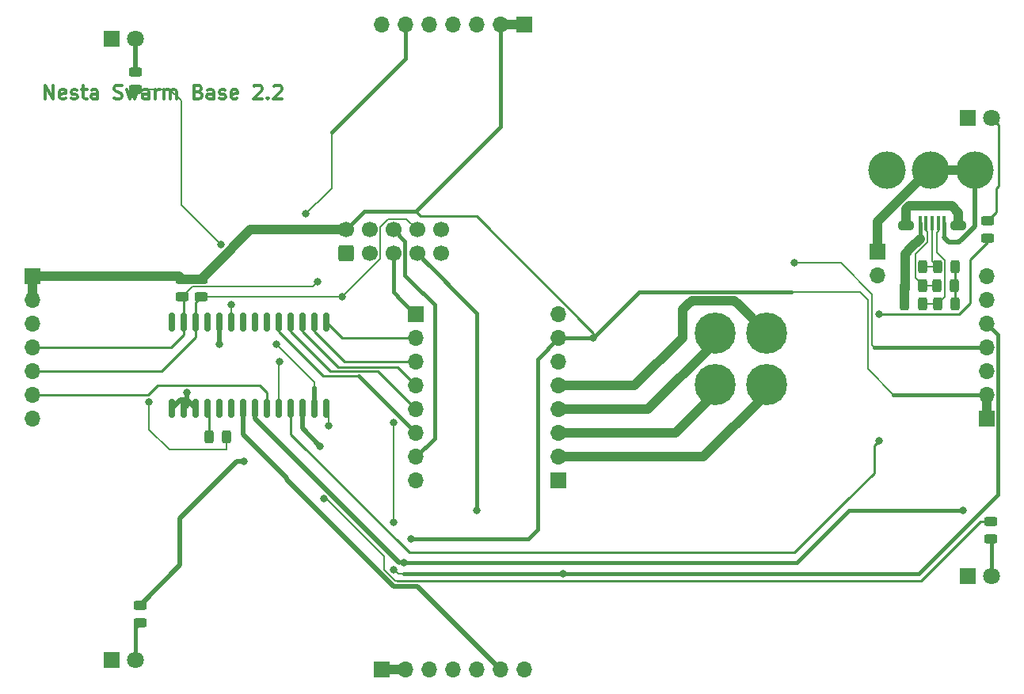
<source format=gtl>
G04 #@! TF.GenerationSoftware,KiCad,Pcbnew,(5.99.0-7087-g754e8e912c)*
G04 #@! TF.CreationDate,2020-12-17T20:12:46+00:00*
G04 #@! TF.ProjectId,nesta proto 2.1,6e657374-6120-4707-926f-746f20322e31,rev?*
G04 #@! TF.SameCoordinates,Original*
G04 #@! TF.FileFunction,Copper,L1,Top*
G04 #@! TF.FilePolarity,Positive*
%FSLAX46Y46*%
G04 Gerber Fmt 4.6, Leading zero omitted, Abs format (unit mm)*
G04 Created by KiCad (PCBNEW (5.99.0-7087-g754e8e912c)) date 2020-12-17 20:12:46*
%MOMM*%
%LPD*%
G01*
G04 APERTURE LIST*
G04 Aperture macros list*
%AMRoundRect*
0 Rectangle with rounded corners*
0 $1 Rounding radius*
0 $2 $3 $4 $5 $6 $7 $8 $9 X,Y pos of 4 corners*
0 Add a 4 corners polygon primitive as box body*
4,1,4,$2,$3,$4,$5,$6,$7,$8,$9,$2,$3,0*
0 Add four circle primitives for the rounded corners*
1,1,$1+$1,$2,$3,0*
1,1,$1+$1,$4,$5,0*
1,1,$1+$1,$6,$7,0*
1,1,$1+$1,$8,$9,0*
0 Add four rect primitives between the rounded corners*
20,1,$1+$1,$2,$3,$4,$5,0*
20,1,$1+$1,$4,$5,$6,$7,0*
20,1,$1+$1,$6,$7,$8,$9,0*
20,1,$1+$1,$8,$9,$2,$3,0*%
G04 Aperture macros list end*
%ADD10C,0.300000*%
G04 #@! TA.AperFunction,SMDPad,CuDef*
%ADD11RoundRect,0.243750X0.456250X-0.243750X0.456250X0.243750X-0.456250X0.243750X-0.456250X-0.243750X0*%
G04 #@! TD*
G04 #@! TA.AperFunction,SMDPad,CuDef*
%ADD12RoundRect,0.243750X0.243750X0.456250X-0.243750X0.456250X-0.243750X-0.456250X0.243750X-0.456250X0*%
G04 #@! TD*
G04 #@! TA.AperFunction,SMDPad,CuDef*
%ADD13RoundRect,0.243750X-0.456250X0.243750X-0.456250X-0.243750X0.456250X-0.243750X0.456250X0.243750X0*%
G04 #@! TD*
G04 #@! TA.AperFunction,ComponentPad*
%ADD14C,4.400000*%
G04 #@! TD*
G04 #@! TA.AperFunction,ComponentPad*
%ADD15C,0.700000*%
G04 #@! TD*
G04 #@! TA.AperFunction,ComponentPad*
%ADD16R,1.800000X1.800000*%
G04 #@! TD*
G04 #@! TA.AperFunction,ComponentPad*
%ADD17C,1.800000*%
G04 #@! TD*
G04 #@! TA.AperFunction,SMDPad,CuDef*
%ADD18RoundRect,0.150000X-0.150000X0.875000X-0.150000X-0.875000X0.150000X-0.875000X0.150000X0.875000X0*%
G04 #@! TD*
G04 #@! TA.AperFunction,ComponentPad*
%ADD19R,1.700000X1.700000*%
G04 #@! TD*
G04 #@! TA.AperFunction,ComponentPad*
%ADD20O,1.700000X1.700000*%
G04 #@! TD*
G04 #@! TA.AperFunction,ComponentPad*
%ADD21RoundRect,0.250000X0.600000X-0.600000X0.600000X0.600000X-0.600000X0.600000X-0.600000X-0.600000X0*%
G04 #@! TD*
G04 #@! TA.AperFunction,ComponentPad*
%ADD22C,1.700000*%
G04 #@! TD*
G04 #@! TA.AperFunction,SMDPad,CuDef*
%ADD23R,0.450000X1.500000*%
G04 #@! TD*
G04 #@! TA.AperFunction,ComponentPad*
%ADD24O,2.200000X1.100000*%
G04 #@! TD*
G04 #@! TA.AperFunction,ComponentPad*
%ADD25O,1.800000X1.100000*%
G04 #@! TD*
G04 #@! TA.AperFunction,ComponentPad*
%ADD26C,4.000000*%
G04 #@! TD*
G04 #@! TA.AperFunction,ViaPad*
%ADD27C,0.800000*%
G04 #@! TD*
G04 #@! TA.AperFunction,Conductor*
%ADD28C,0.200000*%
G04 #@! TD*
G04 #@! TA.AperFunction,Conductor*
%ADD29C,1.000000*%
G04 #@! TD*
G04 #@! TA.AperFunction,Conductor*
%ADD30C,0.500000*%
G04 #@! TD*
G04 #@! TA.AperFunction,Conductor*
%ADD31C,0.250000*%
G04 #@! TD*
G04 #@! TA.AperFunction,Conductor*
%ADD32C,0.400000*%
G04 #@! TD*
G04 APERTURE END LIST*
D10*
X106392857Y-86971071D02*
X106392857Y-85471071D01*
X107250000Y-86971071D01*
X107250000Y-85471071D01*
X108535714Y-86899642D02*
X108392857Y-86971071D01*
X108107142Y-86971071D01*
X107964285Y-86899642D01*
X107892857Y-86756785D01*
X107892857Y-86185357D01*
X107964285Y-86042500D01*
X108107142Y-85971071D01*
X108392857Y-85971071D01*
X108535714Y-86042500D01*
X108607142Y-86185357D01*
X108607142Y-86328214D01*
X107892857Y-86471071D01*
X109178571Y-86899642D02*
X109321428Y-86971071D01*
X109607142Y-86971071D01*
X109750000Y-86899642D01*
X109821428Y-86756785D01*
X109821428Y-86685357D01*
X109750000Y-86542500D01*
X109607142Y-86471071D01*
X109392857Y-86471071D01*
X109250000Y-86399642D01*
X109178571Y-86256785D01*
X109178571Y-86185357D01*
X109250000Y-86042500D01*
X109392857Y-85971071D01*
X109607142Y-85971071D01*
X109750000Y-86042500D01*
X110250000Y-85971071D02*
X110821428Y-85971071D01*
X110464285Y-85471071D02*
X110464285Y-86756785D01*
X110535714Y-86899642D01*
X110678571Y-86971071D01*
X110821428Y-86971071D01*
X111964285Y-86971071D02*
X111964285Y-86185357D01*
X111892857Y-86042500D01*
X111750000Y-85971071D01*
X111464285Y-85971071D01*
X111321428Y-86042500D01*
X111964285Y-86899642D02*
X111821428Y-86971071D01*
X111464285Y-86971071D01*
X111321428Y-86899642D01*
X111250000Y-86756785D01*
X111250000Y-86613928D01*
X111321428Y-86471071D01*
X111464285Y-86399642D01*
X111821428Y-86399642D01*
X111964285Y-86328214D01*
X113750000Y-86899642D02*
X113964285Y-86971071D01*
X114321428Y-86971071D01*
X114464285Y-86899642D01*
X114535714Y-86828214D01*
X114607142Y-86685357D01*
X114607142Y-86542500D01*
X114535714Y-86399642D01*
X114464285Y-86328214D01*
X114321428Y-86256785D01*
X114035714Y-86185357D01*
X113892857Y-86113928D01*
X113821428Y-86042500D01*
X113750000Y-85899642D01*
X113750000Y-85756785D01*
X113821428Y-85613928D01*
X113892857Y-85542500D01*
X114035714Y-85471071D01*
X114392857Y-85471071D01*
X114607142Y-85542500D01*
X115107142Y-85971071D02*
X115392857Y-86971071D01*
X115678571Y-86256785D01*
X115964285Y-86971071D01*
X116250000Y-85971071D01*
X117464285Y-86971071D02*
X117464285Y-86185357D01*
X117392857Y-86042500D01*
X117250000Y-85971071D01*
X116964285Y-85971071D01*
X116821428Y-86042500D01*
X117464285Y-86899642D02*
X117321428Y-86971071D01*
X116964285Y-86971071D01*
X116821428Y-86899642D01*
X116750000Y-86756785D01*
X116750000Y-86613928D01*
X116821428Y-86471071D01*
X116964285Y-86399642D01*
X117321428Y-86399642D01*
X117464285Y-86328214D01*
X118178571Y-86971071D02*
X118178571Y-85971071D01*
X118178571Y-86256785D02*
X118250000Y-86113928D01*
X118321428Y-86042500D01*
X118464285Y-85971071D01*
X118607142Y-85971071D01*
X119107142Y-86971071D02*
X119107142Y-85971071D01*
X119107142Y-86113928D02*
X119178571Y-86042500D01*
X119321428Y-85971071D01*
X119535714Y-85971071D01*
X119678571Y-86042500D01*
X119750000Y-86185357D01*
X119750000Y-86971071D01*
X119750000Y-86185357D02*
X119821428Y-86042500D01*
X119964285Y-85971071D01*
X120178571Y-85971071D01*
X120321428Y-86042500D01*
X120392857Y-86185357D01*
X120392857Y-86971071D01*
X122750000Y-86185357D02*
X122964285Y-86256785D01*
X123035714Y-86328214D01*
X123107142Y-86471071D01*
X123107142Y-86685357D01*
X123035714Y-86828214D01*
X122964285Y-86899642D01*
X122821428Y-86971071D01*
X122250000Y-86971071D01*
X122250000Y-85471071D01*
X122750000Y-85471071D01*
X122892857Y-85542500D01*
X122964285Y-85613928D01*
X123035714Y-85756785D01*
X123035714Y-85899642D01*
X122964285Y-86042500D01*
X122892857Y-86113928D01*
X122750000Y-86185357D01*
X122250000Y-86185357D01*
X124392857Y-86971071D02*
X124392857Y-86185357D01*
X124321428Y-86042500D01*
X124178571Y-85971071D01*
X123892857Y-85971071D01*
X123750000Y-86042500D01*
X124392857Y-86899642D02*
X124250000Y-86971071D01*
X123892857Y-86971071D01*
X123750000Y-86899642D01*
X123678571Y-86756785D01*
X123678571Y-86613928D01*
X123750000Y-86471071D01*
X123892857Y-86399642D01*
X124250000Y-86399642D01*
X124392857Y-86328214D01*
X125035714Y-86899642D02*
X125178571Y-86971071D01*
X125464285Y-86971071D01*
X125607142Y-86899642D01*
X125678571Y-86756785D01*
X125678571Y-86685357D01*
X125607142Y-86542500D01*
X125464285Y-86471071D01*
X125250000Y-86471071D01*
X125107142Y-86399642D01*
X125035714Y-86256785D01*
X125035714Y-86185357D01*
X125107142Y-86042500D01*
X125250000Y-85971071D01*
X125464285Y-85971071D01*
X125607142Y-86042500D01*
X126892857Y-86899642D02*
X126750000Y-86971071D01*
X126464285Y-86971071D01*
X126321428Y-86899642D01*
X126250000Y-86756785D01*
X126250000Y-86185357D01*
X126321428Y-86042500D01*
X126464285Y-85971071D01*
X126750000Y-85971071D01*
X126892857Y-86042500D01*
X126964285Y-86185357D01*
X126964285Y-86328214D01*
X126250000Y-86471071D01*
X128678571Y-85613928D02*
X128750000Y-85542500D01*
X128892857Y-85471071D01*
X129250000Y-85471071D01*
X129392857Y-85542500D01*
X129464285Y-85613928D01*
X129535714Y-85756785D01*
X129535714Y-85899642D01*
X129464285Y-86113928D01*
X128607142Y-86971071D01*
X129535714Y-86971071D01*
X130178571Y-86828214D02*
X130250000Y-86899642D01*
X130178571Y-86971071D01*
X130107142Y-86899642D01*
X130178571Y-86828214D01*
X130178571Y-86971071D01*
X130821428Y-85613928D02*
X130892857Y-85542500D01*
X131035714Y-85471071D01*
X131392857Y-85471071D01*
X131535714Y-85542500D01*
X131607142Y-85613928D01*
X131678571Y-85756785D01*
X131678571Y-85899642D01*
X131607142Y-86113928D01*
X130750000Y-86971071D01*
X131678571Y-86971071D01*
D11*
X207137000Y-101854000D03*
X207137000Y-99979000D03*
D12*
X200137500Y-108900000D03*
X198262500Y-108900000D03*
X200162500Y-106900000D03*
X198287500Y-106900000D03*
D11*
X116000000Y-85937500D03*
X116000000Y-84062500D03*
D13*
X116500000Y-141125000D03*
X116500000Y-143000000D03*
D14*
X178000000Y-112000000D03*
D15*
X176833274Y-113166726D03*
X176833274Y-110833274D03*
X179166726Y-113166726D03*
X179166726Y-110833274D03*
X179650000Y-112000000D03*
X176350000Y-112000000D03*
X178000000Y-113650000D03*
X178000000Y-110350000D03*
X176833274Y-116333274D03*
X178000000Y-119150000D03*
X179166726Y-118666726D03*
X176350000Y-117500000D03*
X178000000Y-115850000D03*
D14*
X178000000Y-117500000D03*
D15*
X176833274Y-118666726D03*
X179166726Y-116333274D03*
X179650000Y-117500000D03*
D16*
X113500000Y-80500000D03*
D17*
X116040000Y-80500000D03*
D13*
X207500000Y-132125000D03*
X207500000Y-134000000D03*
D18*
X136398000Y-110793000D03*
X135128000Y-110793000D03*
X133858000Y-110793000D03*
X132588000Y-110793000D03*
X131318000Y-110793000D03*
X130048000Y-110793000D03*
X128778000Y-110793000D03*
X127508000Y-110793000D03*
X126238000Y-110793000D03*
X124968000Y-110793000D03*
X123698000Y-110793000D03*
X122428000Y-110793000D03*
X121158000Y-110793000D03*
X119888000Y-110793000D03*
X119888000Y-120093000D03*
X121158000Y-120093000D03*
X122428000Y-120093000D03*
X123698000Y-120093000D03*
X124968000Y-120093000D03*
X126238000Y-120093000D03*
X127508000Y-120093000D03*
X128778000Y-120093000D03*
X130048000Y-120093000D03*
X131318000Y-120093000D03*
X132588000Y-120093000D03*
X133858000Y-120093000D03*
X135128000Y-120093000D03*
X136398000Y-120093000D03*
D19*
X146000000Y-110000000D03*
D20*
X146000000Y-112540000D03*
X146000000Y-115080000D03*
X146000000Y-117620000D03*
X146000000Y-120160000D03*
X146000000Y-122700000D03*
X146000000Y-125240000D03*
X146000000Y-127780000D03*
D19*
X157600000Y-79000000D03*
D20*
X155060000Y-79000000D03*
X152520000Y-79000000D03*
X149980000Y-79000000D03*
X147440000Y-79000000D03*
X144900000Y-79000000D03*
X142360000Y-79000000D03*
D16*
X113460000Y-147000000D03*
D17*
X116000000Y-147000000D03*
D12*
X203600000Y-106900000D03*
X201725000Y-106900000D03*
D19*
X105000000Y-105880000D03*
D20*
X105000000Y-108420000D03*
X105000000Y-110960000D03*
X105000000Y-113500000D03*
X105000000Y-116040000D03*
X105000000Y-118580000D03*
X105000000Y-121120000D03*
D13*
X121031000Y-106250500D03*
X121031000Y-108125500D03*
D12*
X203662500Y-104900000D03*
X201787500Y-104900000D03*
D13*
X123031000Y-106250500D03*
X123031000Y-108125500D03*
D12*
X200162500Y-104900000D03*
X198287500Y-104900000D03*
D15*
X182333274Y-116333274D03*
X183500000Y-115850000D03*
X184666726Y-116333274D03*
X184666726Y-118666726D03*
D14*
X183500000Y-117500000D03*
D15*
X181850000Y-117500000D03*
X182333274Y-118666726D03*
X185150000Y-117500000D03*
X183500000Y-119150000D03*
D16*
X205000000Y-89000000D03*
D17*
X207540000Y-89000000D03*
D19*
X142380000Y-148000000D03*
D20*
X144920000Y-148000000D03*
X147460000Y-148000000D03*
X150000000Y-148000000D03*
X152540000Y-148000000D03*
X155080000Y-148000000D03*
X157620000Y-148000000D03*
D21*
X138500000Y-103500000D03*
D22*
X138500000Y-100960000D03*
X141040000Y-103500000D03*
X141040000Y-100960000D03*
X143580000Y-103500000D03*
X143580000Y-100960000D03*
X146120000Y-103500000D03*
X146120000Y-100960000D03*
X148660000Y-103500000D03*
X148660000Y-100960000D03*
D19*
X207000000Y-121120000D03*
D20*
X207000000Y-118580000D03*
X207000000Y-116040000D03*
X207000000Y-113500000D03*
X207000000Y-110960000D03*
X207000000Y-108420000D03*
X207000000Y-105880000D03*
D23*
X202500000Y-100275000D03*
X201850000Y-100275000D03*
X201200000Y-100275000D03*
X200550000Y-100275000D03*
X199900000Y-100275000D03*
D24*
X201200000Y-98375000D03*
D25*
X204000000Y-100525000D03*
X198400000Y-100525000D03*
D12*
X125730000Y-123063000D03*
X123855000Y-123063000D03*
D15*
X183500000Y-113650000D03*
X181850000Y-112000000D03*
X185150000Y-112000000D03*
X184666726Y-110833274D03*
X183500000Y-110350000D03*
X182333274Y-110833274D03*
X182333274Y-113166726D03*
X184666726Y-113166726D03*
D14*
X183500000Y-112000000D03*
D19*
X195326000Y-103251000D03*
D20*
X195326000Y-105791000D03*
D26*
X201041000Y-94583000D03*
X205741000Y-94583000D03*
X196341000Y-94583000D03*
D16*
X205000000Y-138000000D03*
D17*
X207540000Y-138000000D03*
D12*
X203637500Y-108900000D03*
X201762500Y-108900000D03*
D19*
X161240000Y-127780000D03*
D20*
X161240000Y-125240000D03*
X161240000Y-122700000D03*
X161240000Y-120160000D03*
X161240000Y-117620000D03*
X161240000Y-115080000D03*
X161240000Y-112540000D03*
X161240000Y-110000000D03*
D27*
X131445000Y-115062000D03*
X134239000Y-99187000D03*
X125165932Y-102559932D03*
X131064000Y-113157000D03*
X117475000Y-119380000D03*
X126238000Y-108966000D03*
X124419750Y-104861750D03*
X136652000Y-121920000D03*
X136134459Y-129676541D03*
X138116502Y-108125500D03*
X143637000Y-132207000D03*
X143637000Y-121539000D03*
X143637000Y-137287000D03*
X135763000Y-124079000D03*
X127635000Y-125730000D03*
X124968000Y-113157000D03*
X121486719Y-118327000D03*
X161699999Y-137774990D03*
X152499987Y-131000000D03*
X135500000Y-106500000D03*
X186500000Y-104500000D03*
X198900000Y-102900000D03*
X145512660Y-133987340D03*
X164960000Y-112540000D03*
X204500000Y-131000000D03*
X144699990Y-136588388D03*
X195500000Y-123500000D03*
X195500000Y-110000000D03*
D28*
X194310000Y-110023854D02*
X194310000Y-108458000D01*
X197080000Y-118580000D02*
X194310000Y-115810000D01*
X194310000Y-115810000D02*
X194310000Y-110023854D01*
X194310000Y-108458000D02*
X193451991Y-107599991D01*
X193451991Y-107599991D02*
X186099991Y-107599991D01*
X194799999Y-113299999D02*
X194799999Y-107841001D01*
X195000000Y-113500000D02*
X194799999Y-113299999D01*
X194799999Y-107841001D02*
X191458998Y-104500000D01*
X191458998Y-104500000D02*
X186500000Y-104500000D01*
X135382000Y-98044000D02*
X135509000Y-98044000D01*
X131318000Y-115189000D02*
X131445000Y-115062000D01*
X135509000Y-98044000D02*
X137000000Y-96553000D01*
X131318000Y-120093000D02*
X131318000Y-115189000D01*
X137000000Y-96553000D02*
X137000000Y-90500000D01*
X134239000Y-99187000D02*
X135382000Y-98044000D01*
X131064000Y-113157000D02*
X135001000Y-117094000D01*
X135128000Y-117221000D02*
X135128000Y-120093000D01*
X116000000Y-85937500D02*
X119696038Y-85937500D01*
X120904000Y-87145462D02*
X120904000Y-98298000D01*
X119696038Y-85937500D02*
X120904000Y-87145462D01*
X120904000Y-98298000D02*
X125165932Y-102559932D01*
X135001000Y-117094000D02*
X135128000Y-117221000D01*
X119634000Y-124460000D02*
X117475000Y-122301000D01*
X125730000Y-123063000D02*
X125730000Y-124460000D01*
X125730000Y-124460000D02*
X119634000Y-124460000D01*
X117475000Y-122301000D02*
X117475000Y-119380000D01*
X126238000Y-110793000D02*
X126238000Y-108966000D01*
D29*
X128321500Y-100960000D02*
X124419750Y-104861750D01*
X124419750Y-104861750D02*
X123031000Y-106250500D01*
D28*
X125730000Y-123063000D02*
X125637990Y-122970990D01*
D30*
X132207000Y-127520186D02*
X132219186Y-127520186D01*
X132219186Y-127520186D02*
X132219186Y-127683019D01*
X132219186Y-127683019D02*
X143611177Y-139075010D01*
X143611177Y-139075010D02*
X143761824Y-139075010D01*
D28*
X142621000Y-135890000D02*
X136407541Y-129676541D01*
X136407541Y-129676541D02*
X136134459Y-129676541D01*
X143813998Y-138500000D02*
X142621000Y-137307002D01*
X136652000Y-120347000D02*
X136398000Y-120093000D01*
X144000000Y-138500000D02*
X143813998Y-138500000D01*
X142621000Y-137307002D02*
X142621000Y-135890000D01*
X136652000Y-121920000D02*
X136652000Y-120347000D01*
X143637000Y-132207000D02*
X143637000Y-121539000D01*
X144124990Y-137774990D02*
X143637000Y-137287000D01*
X144702590Y-137774990D02*
X144124990Y-137774990D01*
X123031000Y-108125500D02*
X138116502Y-108125500D01*
X138116502Y-108125500D02*
X142190001Y-104052001D01*
X142190001Y-104052001D02*
X142190001Y-100647997D01*
X142190001Y-100647997D02*
X143027999Y-99809999D01*
X143027999Y-99809999D02*
X144969999Y-99809999D01*
X144969999Y-99809999D02*
X146120000Y-100960000D01*
X135500000Y-106500000D02*
X134949490Y-107050510D01*
X134949490Y-107050510D02*
X122105990Y-107050510D01*
X122105990Y-107050510D02*
X121031000Y-108125500D01*
D30*
X126873000Y-125730000D02*
X127635000Y-125730000D01*
X116500000Y-141125000D02*
X120777000Y-136848000D01*
X120777000Y-131826000D02*
X126873000Y-125730000D01*
X120777000Y-136848000D02*
X120777000Y-131826000D01*
X135763000Y-124079000D02*
X133858000Y-122174000D01*
X133858000Y-122174000D02*
X133858000Y-120093000D01*
X121486719Y-119151719D02*
X120829281Y-119151719D01*
X120829281Y-119151719D02*
X119888000Y-120093000D01*
X121486719Y-119151719D02*
X121486719Y-119764281D01*
X121486719Y-119764281D02*
X121158000Y-120093000D01*
X124968000Y-110793000D02*
X124968000Y-113157000D01*
X121486719Y-118327000D02*
X121486719Y-119151719D01*
X121486719Y-119151719D02*
X122428000Y-120093000D01*
X116000000Y-84062500D02*
X116000000Y-80540000D01*
X116000000Y-80540000D02*
X116040000Y-80500000D01*
X135128000Y-120093000D02*
X135128000Y-118237000D01*
X135128000Y-118237000D02*
X135128000Y-117856000D01*
D29*
X138500000Y-100960000D02*
X128321500Y-100960000D01*
X121031000Y-106250500D02*
X123031000Y-106250500D01*
X105000000Y-105880000D02*
X120660500Y-105880000D01*
X120660500Y-105880000D02*
X121031000Y-106250500D01*
X105000000Y-108420000D02*
X105000000Y-105880000D01*
D31*
X105000000Y-113500000D02*
X119799000Y-113500000D01*
X119799000Y-113500000D02*
X121158000Y-112141000D01*
X121158000Y-112141000D02*
X121158000Y-110793000D01*
X105000000Y-116040000D02*
X118783000Y-116040000D01*
X118783000Y-116040000D02*
X122428000Y-112395000D01*
X122428000Y-112395000D02*
X122428000Y-110793000D01*
X118364000Y-117602000D02*
X129286000Y-117602000D01*
X105000000Y-118580000D02*
X117386000Y-118580000D01*
X117386000Y-118580000D02*
X118364000Y-117602000D01*
X129286000Y-117602000D02*
X130048000Y-118364000D01*
X130048000Y-118364000D02*
X130048000Y-120093000D01*
X122428000Y-110793000D02*
X122428000Y-108728500D01*
X122428000Y-108728500D02*
X123031000Y-108125500D01*
X121158000Y-110793000D02*
X121158000Y-108252500D01*
X121158000Y-108252500D02*
X121031000Y-108125500D01*
X123855000Y-123063000D02*
X123855000Y-120250000D01*
X123855000Y-120250000D02*
X123698000Y-120093000D01*
X136398000Y-110793000D02*
X138145000Y-112540000D01*
X138145000Y-112540000D02*
X146000000Y-112540000D01*
X135128000Y-110793000D02*
X135128000Y-111818000D01*
X135128000Y-111818000D02*
X138390000Y-115080000D01*
X138390000Y-115080000D02*
X146000000Y-115080000D01*
X133858000Y-110793000D02*
X133858000Y-111818000D01*
X133858000Y-111818000D02*
X137664992Y-115624992D01*
X137664992Y-115624992D02*
X144004992Y-115624992D01*
X144004992Y-115624992D02*
X146000000Y-117620000D01*
X132588000Y-110793000D02*
X132588000Y-111818000D01*
X132588000Y-111818000D02*
X136845002Y-116075002D01*
X136845002Y-116075002D02*
X141915002Y-116075002D01*
X141915002Y-116075002D02*
X146000000Y-120160000D01*
X131318000Y-110793000D02*
X131318000Y-111818000D01*
X131318000Y-111818000D02*
X136100011Y-116600011D01*
X136100011Y-116600011D02*
X139900011Y-116600011D01*
X135128000Y-120093000D02*
X135128000Y-118745000D01*
X132588000Y-120093000D02*
X132588000Y-122809000D01*
X132588000Y-122809000D02*
X145279000Y-135500000D01*
X145279000Y-135500000D02*
X146000000Y-135500000D01*
D30*
X128778000Y-120093000D02*
X128778000Y-121118000D01*
X128778000Y-121118000D02*
X144248388Y-136588388D01*
X132207000Y-127520186D02*
X127508000Y-122821186D01*
X127508000Y-122821186D02*
X127508000Y-120093000D01*
X146155010Y-139075010D02*
X143761824Y-139075010D01*
X155080000Y-148000000D02*
X146155010Y-139075010D01*
D29*
X195326000Y-103251000D02*
X195326000Y-100076930D01*
X195326000Y-100076930D02*
X200819930Y-94583000D01*
X200819930Y-94583000D02*
X201041000Y-94583000D01*
D30*
X204181227Y-102108000D02*
X204216000Y-102108000D01*
X202500000Y-101800000D02*
X202935000Y-102235000D01*
X202935000Y-102235000D02*
X204054227Y-102235000D01*
X204054227Y-102235000D02*
X204181227Y-102108000D01*
X204216000Y-102108000D02*
X205741000Y-100583000D01*
X205741000Y-100583000D02*
X205741000Y-94583000D01*
D29*
X201041000Y-94583000D02*
X205741000Y-94583000D01*
D31*
X208066001Y-96479999D02*
X208280000Y-96266000D01*
X207137000Y-99979000D02*
X208066001Y-99049999D01*
X208280000Y-89740000D02*
X207540000Y-89000000D01*
X208066001Y-99049999D02*
X208066001Y-96479999D01*
X208280000Y-96266000D02*
X208280000Y-89740000D01*
X205225010Y-108820928D02*
X205225010Y-104146990D01*
X205225010Y-104146990D02*
X207137000Y-102235000D01*
X207137000Y-102235000D02*
X207137000Y-101854000D01*
D32*
X144702590Y-137774990D02*
X161699999Y-137774990D01*
X208250001Y-129249999D02*
X199725010Y-137774990D01*
X208250001Y-112210001D02*
X208250001Y-129249999D01*
X199725010Y-137774990D02*
X161699999Y-137774990D01*
X207000000Y-110960000D02*
X208250001Y-112210001D01*
X152499987Y-109879987D02*
X152499987Y-131000000D01*
X195000000Y-113500000D02*
X207000000Y-113500000D01*
X146120000Y-103500000D02*
X152499987Y-109879987D01*
X146120000Y-103500000D02*
X147370001Y-104750001D01*
D29*
X198262500Y-108900000D02*
X198262500Y-106925000D01*
D32*
X199900000Y-100275000D02*
X199900000Y-101900000D01*
D29*
X198900000Y-102900000D02*
X198287500Y-103512500D01*
X198287500Y-104900000D02*
X198287500Y-106900000D01*
X198287500Y-103512500D02*
X198287500Y-104900000D01*
X199900000Y-101900000D02*
X198900000Y-102900000D01*
X198262500Y-106925000D02*
X198287500Y-106900000D01*
X155060000Y-79000000D02*
X157600000Y-79000000D01*
D31*
X152485685Y-99500000D02*
X146500000Y-99500000D01*
X146500000Y-99500000D02*
X146000000Y-99000000D01*
D32*
X146000000Y-99000000D02*
X155060000Y-89940000D01*
X140460000Y-99000000D02*
X146000000Y-99000000D01*
X161240000Y-112540000D02*
X159000000Y-114780000D01*
X159000000Y-133000000D02*
X158012660Y-133987340D01*
X155060000Y-89940000D02*
X155060000Y-79000000D01*
D31*
X164960000Y-112540000D02*
X164960000Y-111974315D01*
D32*
X197080000Y-118580000D02*
X207000000Y-118580000D01*
X159000000Y-114780000D02*
X159000000Y-133000000D01*
X138500000Y-100960000D02*
X140460000Y-99000000D01*
D29*
X207000000Y-121120000D02*
X207000000Y-118580000D01*
D32*
X169900009Y-107599991D02*
X186099991Y-107599991D01*
D31*
X164960000Y-111974315D02*
X152485685Y-99500000D01*
D29*
X142380000Y-148000000D02*
X144920000Y-148000000D01*
D32*
X158012660Y-133987340D02*
X145512660Y-133987340D01*
X164960000Y-112540000D02*
X169900009Y-107599991D01*
X161240000Y-112540000D02*
X164960000Y-112540000D01*
X207000000Y-108420000D02*
X207000000Y-108500000D01*
X192302914Y-131000000D02*
X186714526Y-136588388D01*
X204500000Y-131000000D02*
X192302914Y-131000000D01*
X186714526Y-136588388D02*
X144699990Y-136588388D01*
X137250000Y-90250000D02*
X144900000Y-82600000D01*
X144900000Y-82600000D02*
X144900000Y-79000000D01*
X137000000Y-90500000D02*
X137250000Y-90250000D01*
X146000000Y-110000000D02*
X144500000Y-108500000D01*
X144500000Y-108500000D02*
X143580000Y-107580000D01*
X143580000Y-107580000D02*
X143580000Y-103500000D01*
X146000000Y-122700000D02*
X139900011Y-116600011D01*
X148000000Y-109000000D02*
X145500000Y-106500000D01*
X144830001Y-102210001D02*
X143580000Y-100960000D01*
X145500000Y-106500000D02*
X144830001Y-105830001D01*
X146000000Y-125240000D02*
X148000000Y-123240000D01*
X144830001Y-105830001D02*
X144830001Y-102210001D01*
X148000000Y-123240000D02*
X148000000Y-109000000D01*
X116000000Y-143500000D02*
X116500000Y-143000000D01*
X116000000Y-147000000D02*
X116000000Y-143500000D01*
X207540000Y-138000000D02*
X207540000Y-134040000D01*
X207540000Y-134040000D02*
X207500000Y-134000000D01*
D31*
X200000000Y-138500000D02*
X144000000Y-138500000D01*
X207500000Y-132125000D02*
X206375000Y-132125000D01*
X206375000Y-132125000D02*
X200000000Y-138500000D01*
X195000000Y-124000000D02*
X195500000Y-123500000D01*
X186500000Y-135500000D02*
X192000000Y-130000000D01*
X205000000Y-109045938D02*
X205225010Y-108820928D01*
X192000000Y-130000000D02*
X195000000Y-127000000D01*
X195500000Y-110000000D02*
X204045938Y-110000000D01*
X204045938Y-110000000D02*
X205000000Y-109045938D01*
X195000000Y-127000000D02*
X195000000Y-124000000D01*
X146000000Y-135500000D02*
X186500000Y-135500000D01*
D29*
X161240000Y-122700000D02*
X168800000Y-122700000D01*
X178000000Y-118500000D02*
X178000000Y-117500000D01*
X168800000Y-122700000D02*
X173800000Y-122700000D01*
X176500000Y-120000000D02*
X178000000Y-118500000D01*
X173800000Y-122700000D02*
X176500000Y-120000000D01*
X174500000Y-109500000D02*
X175000000Y-109000000D01*
X174500000Y-112500000D02*
X174500000Y-110500000D01*
X174500000Y-110500000D02*
X174500000Y-109500000D01*
X180000000Y-108500000D02*
X180500000Y-109000000D01*
X161240000Y-117620000D02*
X169380000Y-117620000D01*
X180500000Y-109000000D02*
X183500000Y-112000000D01*
X169380000Y-117620000D02*
X174500000Y-112500000D01*
X175500000Y-108500000D02*
X179500000Y-108500000D01*
X175000000Y-109000000D02*
X175500000Y-108500000D01*
X179500000Y-108500000D02*
X180000000Y-108500000D01*
X161240000Y-120160000D02*
X170840000Y-120160000D01*
X170840000Y-120160000D02*
X178000000Y-113000000D01*
X161240000Y-125240000D02*
X167760000Y-125240000D01*
X176760000Y-125240000D02*
X183500000Y-118500000D01*
X167760000Y-125240000D02*
X176760000Y-125240000D01*
D28*
X200137500Y-108900000D02*
X201762500Y-108900000D01*
X201699990Y-101268624D02*
X201699990Y-103339408D01*
X201699990Y-103339408D02*
X202575010Y-104214428D01*
X201850000Y-100275000D02*
X201850000Y-101118614D01*
X202575010Y-104214428D02*
X202575010Y-108087490D01*
X202575010Y-108087490D02*
X201762500Y-108900000D01*
X201850000Y-101118614D02*
X201699990Y-101268624D01*
X201200000Y-104312500D02*
X201787500Y-104900000D01*
X201200000Y-101000000D02*
X201200000Y-104312500D01*
X201787500Y-104900000D02*
X200162500Y-104900000D01*
X200162500Y-106900000D02*
X199374990Y-106112490D01*
X199374990Y-106112490D02*
X199374990Y-103556396D01*
X200700010Y-101150010D02*
X200550000Y-101000000D01*
X199374990Y-103556396D02*
X200700010Y-102231376D01*
X200700010Y-102231376D02*
X200700010Y-101150010D01*
X201725000Y-106900000D02*
X200162500Y-106900000D01*
D29*
X203275000Y-98375000D02*
X201200000Y-98375000D01*
X198725000Y-98375000D02*
X198400000Y-98700000D01*
X198400000Y-98700000D02*
X198400000Y-100525000D01*
X201200000Y-98375000D02*
X198725000Y-98375000D01*
X204000000Y-99100000D02*
X203275000Y-98375000D01*
X204000000Y-100525000D02*
X204000000Y-99100000D01*
D32*
X202500000Y-101400000D02*
X202500000Y-101800000D01*
X202500000Y-100275000D02*
X202500000Y-101400000D01*
D31*
X203637500Y-108900000D02*
X203637500Y-106937500D01*
X203662500Y-106837500D02*
X203600000Y-106900000D01*
X203637500Y-106937500D02*
X203600000Y-106900000D01*
X203662500Y-104900000D02*
X203662500Y-106837500D01*
M02*

</source>
